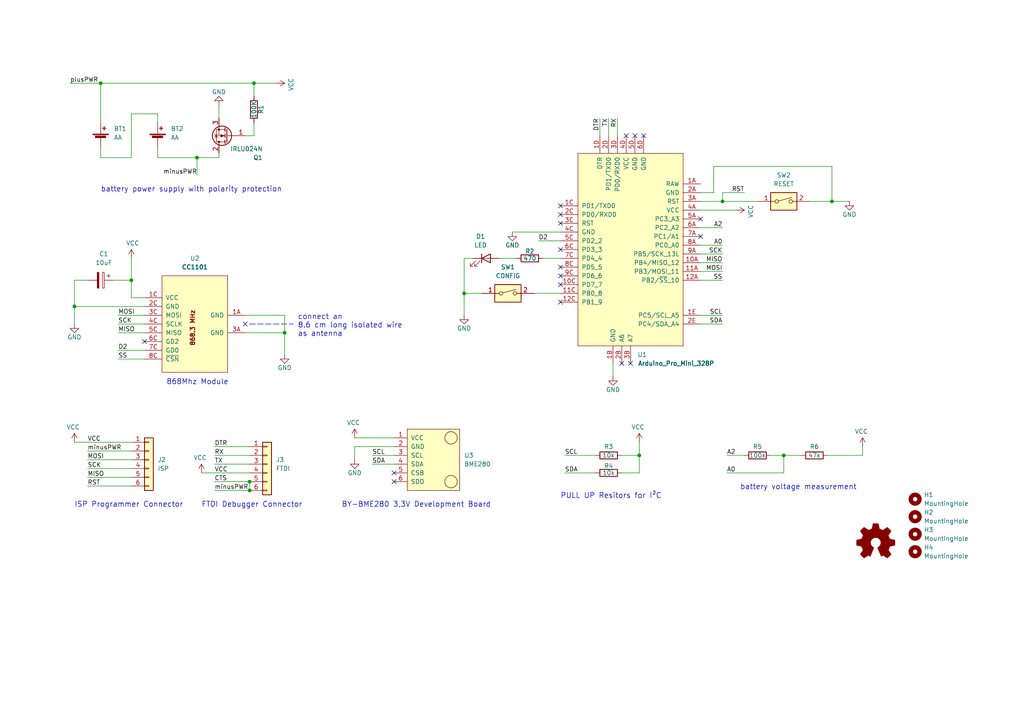
<source format=kicad_sch>
(kicad_sch (version 20211123) (generator eeschema)
  (paper "A4")
  (title_block (title "HB-SENS-BME280_EXP625") (date "2022-05-02") (rev "1.0") (company "exp625") (comment 1 "specific to one bme280 chip, everything else removed") (comment 2 "surface mount installation of the the modules") (comment 3 "derived from FUEL4EP's HB-UNI-SEN-BATT_FUEL4EP: major changes:") (comment 4 "Creative Commons License, non-commercial"))
  (lib_symbols
    (symbol "Connector_Generic:Conn_01x06" (pin_names (offset 1.016) hide)
      (property "Reference" "J" (at 0 7.62 0))
      (property "Value" "Conn_01x06" (at 0 -10.16 0))
      (symbol "Conn_01x06_1_1"
        (rectangle (start -1.27 -7.493) (end 0 -7.747) (stroke (width 0.1524)))
        (rectangle (start -1.27 -4.953) (end 0 -5.207) (stroke (width 0.1524)))
        (rectangle (start -1.27 -2.413) (end 0 -2.667) (stroke (width 0.1524)))
        (rectangle (start -1.27 0.127) (end 0 -0.127) (stroke (width 0.1524)))
        (rectangle (start -1.27 2.667) (end 0 2.413) (stroke (width 0.1524)))
        (rectangle (start -1.27 5.207) (end 0 4.953) (stroke (width 0.1524)))
        (rectangle (start -1.27 6.35) (end 1.27 -8.89) (stroke (width 0.254)) (fill (type background)))
        (pin passive line (at -5.08 5.08 0) (length 3.81) (name "Pin_1") (number "1"))
        (pin passive line (at -5.08 2.54 0) (length 3.81) (name "Pin_2") (number "2"))
        (pin passive line (at -5.08 0 0) (length 3.81) (name "Pin_3") (number "3"))
        (pin passive line (at -5.08 -2.54 0) (length 3.81) (name "Pin_4") (number "4"))
        (pin passive line (at -5.08 -5.08 0) (length 3.81) (name "Pin_5") (number "5"))
        (pin passive line (at -5.08 -7.62 0) (length 3.81) (name "Pin_6") (number "6"))
      )
    )
    (symbol "Device:Battery_Cell" (pin_numbers hide) (pin_names (offset 0) hide)
      (property "Reference" "BT" (at 2.54 2.54 0))
      (property "Value" "Battery_Cell" (at 2.54 0 0))
      (symbol "Battery_Cell_0_1"
        (rectangle (start -2.286 1.778) (end 2.286 1.524) (fill (type outline)))
        (rectangle (start -1.5748 1.1938) (end 1.4732 0.6858) (fill (type outline)))
        (polyline (pts (xy 0 0.762) (xy 0 0)))
        (polyline (pts (xy 0 1.778) (xy 0 2.54)))
        (polyline (pts (xy 0.508 3.429) (xy 1.524 3.429)) (stroke (width 0.254)))
        (polyline (pts (xy 1.016 3.937) (xy 1.016 2.921)) (stroke (width 0.254)))
      )
      (symbol "Battery_Cell_1_1"
        (pin passive line (at 0 5.08 270) (length 2.54) (name "+") (number "1"))
        (pin passive line (at 0 -2.54 90) (length 2.54) (name "-") (number "2"))
      )
    )
    (symbol "Device:C_Polarized" (pin_numbers hide) (pin_names (offset 0.254))
      (property "Reference" "C" (at 0.635 2.54 0))
      (property "Value" "C_Polarized" (at 0.635 -2.54 0))
      (symbol "C_Polarized_0_1"
        (rectangle (start -2.286 0.508) (end 2.286 1.016))
        (polyline (pts (xy -1.778 2.286) (xy -0.762 2.286)))
        (polyline (pts (xy -1.27 2.794) (xy -1.27 1.778)))
        (rectangle (start 2.286 -0.508) (end -2.286 -1.016) (fill (type outline)))
      )
      (symbol "C_Polarized_1_1"
        (pin passive line (at 0 3.81 270) (length 2.794) (name "~") (number "1"))
        (pin passive line (at 0 -3.81 90) (length 2.794) (name "~") (number "2"))
      )
    )
    (symbol "Device:LED" (pin_numbers hide) (pin_names (offset 1.016) hide)
      (property "Reference" "D" (at 0 2.54 0))
      (property "Value" "LED" (at 0 -2.54 0))
      (symbol "LED_0_1"
        (polyline (pts (xy -1.27 -1.27) (xy -1.27 1.27)) (stroke (width 0.254)))
        (polyline (pts (xy -1.27 0) (xy 1.27 0)))
        (polyline (pts (xy 1.27 -1.27) (xy 1.27 1.27) (xy -1.27 0) (xy 1.27 -1.27)) (stroke (width 0.254)))
        (polyline (pts (xy -3.048 -0.762) (xy -4.572 -2.286) (xy -3.81 -2.286) (xy -4.572 -2.286) (xy -4.572 -1.524)))
        (polyline (pts (xy -1.778 -0.762) (xy -3.302 -2.286) (xy -2.54 -2.286) (xy -3.302 -2.286) (xy -3.302 -1.524)))
      )
      (symbol "LED_1_1"
        (pin passive line (at -3.81 0 0) (length 2.54) (name "K") (number "1"))
        (pin passive line (at 3.81 0 180) (length 2.54) (name "A") (number "2"))
      )
    )
    (symbol "Device:Q_NMOS_GDS" (pin_names (offset 0) hide)
      (property "Reference" "Q" (at 5.08 1.27 0))
      (property "Value" "Q_NMOS_GDS" (at 5.08 -1.27 0))
      (symbol "Q_NMOS_GDS_0_1"
        (polyline (pts (xy 0.254 0) (xy -2.54 0)))
        (polyline (pts (xy 0.254 1.905) (xy 0.254 -1.905)) (stroke (width 0.254)))
        (polyline (pts (xy 0.762 -1.27) (xy 0.762 -2.286)) (stroke (width 0.254)))
        (polyline (pts (xy 0.762 0.508) (xy 0.762 -0.508)) (stroke (width 0.254)))
        (polyline (pts (xy 0.762 2.286) (xy 0.762 1.27)) (stroke (width 0.254)))
        (polyline (pts (xy 2.54 2.54) (xy 2.54 1.778)))
        (polyline (pts (xy 2.54 -2.54) (xy 2.54 0) (xy 0.762 0)))
        (polyline (pts (xy 0.762 -1.778) (xy 3.302 -1.778) (xy 3.302 1.778) (xy 0.762 1.778)))
        (polyline (pts (xy 1.016 0) (xy 2.032 0.381) (xy 2.032 -0.381) (xy 1.016 0)) (fill (type outline)))
        (polyline (pts (xy 2.794 0.508) (xy 2.921 0.381) (xy 3.683 0.381) (xy 3.81 0.254)))
        (polyline (pts (xy 3.302 0.381) (xy 2.921 -0.254) (xy 3.683 -0.254) (xy 3.302 0.381)))
        (circle (center 1.651 0) (radius 2.794) (stroke (width 0.254)))
        (circle (center 2.54 -1.778) (radius 0.254) (fill (type outline)))
        (circle (center 2.54 1.778) (radius 0.254) (fill (type outline)))
      )
      (symbol "Q_NMOS_GDS_1_1"
        (pin input line (at -5.08 0 0) (length 2.54) (name "G") (number "1"))
        (pin passive line (at 2.54 5.08 270) (length 2.54) (name "D") (number "2"))
        (pin passive line (at 2.54 -5.08 90) (length 2.54) (name "S") (number "3"))
      )
    )
    (symbol "Device:R" (pin_numbers hide) (pin_names (offset 0))
      (property "Reference" "R" (at 2.032 0 90))
      (property "Value" "R" (at 0 0 90))
      (symbol "R_0_1"
        (rectangle (start -1.016 -2.54) (end 1.016 2.54) (stroke (width 0.254)))
      )
      (symbol "R_1_1"
        (pin passive line (at 0 3.81 270) (length 1.27) (name "~") (number "1"))
        (pin passive line (at 0 -3.81 90) (length 1.27) (name "~") (number "2"))
      )
    )
    (symbol "Graphic:Logo_Open_Hardware_Small" (pin_names (offset 1.016))
      (symbol "Logo_Open_Hardware_Small_0_1"
        (polyline (pts (xy 3.3528 -4.3434) (xy 3.302 -4.318) (xy 3.175 -4.2418) (xy 2.9972 -4.1148) (xy 2.7686 -3.9624) (xy 2.54 -3.81) (xy 2.3622 -3.7084) (xy 2.2352 -3.6068) (xy 2.1844 -3.5814) (xy 2.159 -3.6068) (xy 2.0574 -3.6576) (xy 1.905 -3.7338) (xy 1.8034 -3.7846) (xy 1.6764 -3.8354) (xy 1.6002 -3.8354) (xy 1.6002 -3.8354) (xy 1.5494 -3.7338) (xy 1.4732 -3.5306) (xy 1.3462 -3.302) (xy 1.2446 -3.0226) (xy 1.1176 -2.7178) (xy 0.9652 -2.413) (xy 0.8636 -2.1082) (xy 0.7366 -1.8288) (xy 0.6604 -1.6256) (xy 0.6096 -1.4732) (xy 0.5842 -1.397) (xy 0.5842 -1.397) (xy 0.6604 -1.3208) (xy 0.7874 -1.2446) (xy 1.0414 -1.016) (xy 1.2954 -0.6858) (xy 1.4478 -0.3302) (xy 1.524 0.0762) (xy 1.4732 0.4572) (xy 1.3208 0.8128) (xy 1.0668 1.143) (xy 0.762 1.3716) (xy 0.4064 1.524) (xy 0 1.5748) (xy -0.381 1.5494) (xy -0.7366 1.397) (xy -1.0668 1.143) (xy -1.2192 0.9906) (xy -1.397 0.6604) (xy -1.524 0.3048) (xy -1.524 0.2286) (xy -1.4986 -0.1778) (xy -1.397 -0.5334) (xy -1.1938 -0.8636) (xy -0.9144 -1.143) (xy -0.8636 -1.1684) (xy -0.7366 -1.27) (xy -0.635 -1.3462) (xy -0.5842 -1.397) (xy -1.0668 -2.5908) (xy -1.143 -2.794) (xy -1.2954 -3.1242) (xy -1.397 -3.4036) (xy -1.4986 -3.6322) (xy -1.5748 -3.7846) (xy -1.6002 -3.8354) (xy -1.6002 -3.8354) (xy -1.651 -3.8354) (xy -1.7272 -3.81) (xy -1.905 -3.7338) (xy -2.0066 -3.683) (xy -2.1336 -3.6068) (xy -2.2098 -3.5814) (xy -2.2606 -3.6068) (xy -2.3622 -3.683) (xy -2.54 -3.81) (xy -2.7686 -3.9624) (xy -2.9718 -4.0894) (xy -3.1496 -4.2164) (xy -3.302 -4.318) (xy -3.3528 -4.3434) (xy -3.3782 -4.3434) (xy -3.429 -4.318) (xy -3.5306 -4.2164) (xy -3.7084 -4.064) (xy -3.937 -3.8354) (xy -3.9624 -3.81) (xy -4.1656 -3.6068) (xy -4.318 -3.4544) (xy -4.4196 -3.3274) (xy -4.445 -3.2766) (xy -4.445 -3.2766) (xy -4.4196 -3.2258) (xy -4.318 -3.0734) (xy -4.2164 -2.8956) (xy -4.064 -2.667) (xy -3.6576 -2.0828) (xy -3.8862 -1.5494) (xy -3.937 -1.3716) (xy -4.0386 -1.1684) (xy -4.0894 -1.0414) (xy -4.1148 -0.9652) (xy -4.191 -0.9398) (xy -4.318 -0.9144) (xy -4.5466 -0.8636) (xy -4.8006 -0.8128) (xy -5.0546 -0.7874) (xy -5.2578 -0.7366) (xy -5.4356 -0.7112) (xy -5.5118 -0.6858) (xy -5.5118 -0.6858) (xy -5.5372 -0.635) (xy -5.5372 -0.5588) (xy -5.5372 -0.4318) (xy -5.5626 -0.2286) (xy -5.5626 0.0762) (xy -5.5626 0.127) (xy -5.5372 0.4064) (xy -5.5372 0.635) (xy -5.5372 0.762) (xy -5.5372 0.8382) (xy -5.5372 0.8382) (xy -5.461 0.8382) (xy -5.3086 0.889) (xy -5.08 0.9144) (xy -4.826 0.9652) (xy -4.8006 0.9906) (xy -4.5466 1.0414) (xy -4.318 1.0668) (xy -4.1656 1.1176) (xy -4.0894 1.143) (xy -4.0894 1.143) (xy -4.0386 1.2446) (xy -3.9624 1.4224) (xy -3.8608 1.6256) (xy -3.7846 1.8288) (xy -3.7084 2.0066) (xy -3.6576 2.159) (xy -3.6322 2.2098) (xy -3.6322 2.2098) (xy -3.683 2.286) (xy -3.7592 2.413) (xy -3.8862 2.5908) (xy -4.064 2.8194) (xy -4.064 2.8448) (xy -4.2164 3.0734) (xy -4.3434 3.2512) (xy -4.4196 3.3782) (xy -4.445 3.4544) (xy -4.445 3.4544) (xy -4.3942 3.5052) (xy -4.2926 3.6322) (xy -4.1148 3.81) (xy -3.937 4.0132) (xy -3.8608 4.064) (xy -3.6576 4.2926) (xy -3.5052 4.4196) (xy -3.4036 4.4958) (xy -3.3528 4.5212) (xy -3.3528 4.5212) (xy -3.302 4.4704) (xy -3.1496 4.3688) (xy -2.9718 4.2418) (xy -2.7432 4.0894) (xy -2.7178 4.0894) (xy -2.4892 3.937) (xy -2.3114 3.81) (xy -2.1844 3.7084) (xy -2.1336 3.683) (xy -2.1082 3.683) (xy -2.032 3.7084) (xy -1.8542 3.7592) (xy -1.6764 3.8354) (xy -1.4732 3.937) (xy -1.27 4.0132) (xy -1.143 4.064) (xy -1.0668 4.1148) (xy -1.0668 4.1148) (xy -1.0414 4.191) (xy -1.016 4.3434) (xy -0.9652 4.572) (xy -0.9144 4.8514) (xy -0.889 4.9022) (xy -0.8382 5.1562) (xy -0.8128 5.3848) (xy -0.7874 5.5372) (xy -0.762 5.588) (xy -0.7112 5.6134) (xy -0.5842 5.6134) (xy -0.4064 5.6134) (xy -0.1524 5.6134) (xy 0.0762 5.6134) (xy 0.3302 5.6134) (xy 0.5334 5.6134) (xy 0.6858 5.588) (xy 0.7366 5.588) (xy 0.7366 5.588) (xy 0.762 5.5118) (xy 0.8128 5.334) (xy 0.8382 5.1054) (xy 0.9144 4.826) (xy 0.9144 4.7752) (xy 0.9652 4.5212) (xy 1.016 4.2926) (xy 1.0414 4.1402) (xy 1.0668 4.0894) (xy 1.0668 4.0894) (xy 1.1938 4.0386) (xy 1.3716 3.9624) (xy 1.5748 3.8608) (xy 2.0828 3.6576) (xy 2.7178 4.0894) (xy 2.7686 4.1402) (xy 2.9972 4.2926) (xy 3.175 4.4196) (xy 3.302 4.4958) (xy 3.3782 4.5212) (xy 3.3782 4.5212) (xy 3.429 4.4704) (xy 3.556 4.3434) (xy 3.7338 4.191) (xy 3.9116 3.9878) (xy 4.064 3.8354) (xy 4.2418 3.6576) (xy 4.3434 3.556) (xy 4.4196 3.4798) (xy 4.4196 3.429) (xy 4.4196 3.4036) (xy 4.3942 3.3274) (xy 4.2926 3.2004) (xy 4.1656 2.9972) (xy 4.0132 2.794) (xy 3.8862 2.5908) (xy 3.7592 2.3876) (xy 3.6576 2.2352) (xy 3.6322 2.159) (xy 3.6322 2.1336) (xy 3.683 2.0066) (xy 3.7592 1.8288) (xy 3.8608 1.6002) (xy 4.064 1.1176) (xy 4.3942 1.0414) (xy 4.5974 1.016) (xy 4.8768 0.9652) (xy 5.1308 0.9144) (xy 5.5372 0.8382) (xy 5.5626 -0.6604) (xy 5.4864 -0.6858) (xy 5.4356 -0.6858) (xy 5.2832 -0.7366) (xy 5.0546 -0.762) (xy 4.8006 -0.8128) (xy 4.5974 -0.8636) (xy 4.3688 -0.9144) (xy 4.2164 -0.9398) (xy 4.1402 -0.9398) (xy 4.1148 -0.9652) (xy 4.064 -1.0668) (xy 3.9878 -1.2446) (xy 3.9116 -1.4478) (xy 3.81 -1.651) (xy 3.7338 -1.8542) (xy 3.683 -2.0066) (xy 3.6576 -2.0828) (xy 3.683 -2.1336) (xy 3.7846 -2.2606) (xy 3.8862 -2.4638) (xy 4.0386 -2.667) (xy 4.191 -2.8956) (xy 4.318 -3.0734) (xy 4.3942 -3.2004) (xy 4.445 -3.2766) (xy 4.4196 -3.3274) (xy 4.3434 -3.429) (xy 4.1656 -3.5814) (xy 3.937 -3.8354) (xy 3.8862 -3.8608) (xy 3.683 -4.064) (xy 3.5306 -4.2164) (xy 3.4036 -4.318) (xy 3.3528 -4.3434)) (fill (type outline)))
      )
    )
    (symbol "HB-SEN-BME280_EXP625:Arduino_Pro_Mini_328P_1" (pin_names (offset 1.016))
      (property "Reference" "Module" (at -8.89 5.08 0))
      (property "Value" "Arduino_Pro_Mini_328P_1" (at 12.7 22.86 90))
      (symbol "Arduino_Pro_Mini_328P_1_0_0"
        (pin bidirectional line (at 35.56 6.35 180) (length 5.08) (name "PC4/SDA_A4") (number "2E"))
      )
      (symbol "Arduino_Pro_Mini_328P_1_0_1"
        (rectangle (start 0 0) (end 30.48 55.88) (fill (type background)))
      )
      (symbol "Arduino_Pro_Mini_328P_1_1_1"
        (pin bidirectional line (at 35.56 24.13 180) (length 5.08) (name "PB4/MISO_12") (number "10A"))
        (pin bidirectional line (at -5.08 17.78 0) (length 5.08) (name "PD7_7") (number "10C"))
        (pin bidirectional line (at 35.56 21.59 180) (length 5.08) (name "PB3/MOSI_11") (number "11A"))
        (pin bidirectional line (at -5.08 15.24 0) (length 5.08) (name "PB0_8") (number "11C"))
        (pin bidirectional line (at 35.56 19.05 180) (length 5.08) (name "PB2/~{SS}_10") (number "12A"))
        (pin bidirectional line (at -5.08 12.7 0) (length 5.08) (name "PB1_9") (number "12C"))
        (pin power_in line (at 35.56 46.99 180) (length 5.08) (name "RAW") (number "1A"))
        (pin power_in line (at 10.16 -5.08 90) (length 5.08) (name "GND") (number "1B"))
        (pin bidirectional line (at -5.08 40.64 0) (length 5.08) (name "PD1/TXD0") (number "1C"))
        (pin input line (at 6.35 60.96 270) (length 5.08) (name "DTR") (number "1D"))
        (pin bidirectional line (at 35.56 8.89 180) (length 5.08) (name "PC5/SCL_A5") (number "1E"))
        (pin power_in line (at 35.56 44.45 180) (length 5.08) (name "GND") (number "2A"))
        (pin bidirectional line (at 12.7 -5.08 90) (length 5.08) (name "A6") (number "2B"))
        (pin bidirectional line (at -5.08 38.1 0) (length 5.08) (name "PD0/RXD0") (number "2C"))
        (pin bidirectional line (at 8.89 60.96 270) (length 5.08) (name "PD1/TXD0") (number "2D"))
        (pin input line (at 35.56 41.91 180) (length 5.08) (name "RST") (number "3A"))
        (pin bidirectional line (at 15.24 -5.08 90) (length 5.08) (name "A7") (number "3B"))
        (pin input line (at -5.08 35.56 0) (length 5.08) (name "RST") (number "3C"))
        (pin bidirectional line (at 11.43 60.96 270) (length 5.08) (name "PD0/RXD0") (number "3D"))
        (pin power_in line (at 35.56 39.37 180) (length 5.08) (name "VCC") (number "4A"))
        (pin power_in line (at -5.08 33.02 0) (length 5.08) (name "GND") (number "4C"))
        (pin power_in line (at 13.97 60.96 270) (length 5.08) (name "VCC") (number "4D"))
        (pin bidirectional line (at 35.56 36.83 180) (length 5.08) (name "PC3_A3") (number "5A"))
        (pin bidirectional line (at -5.08 30.48 0) (length 5.08) (name "PD2_2") (number "5C"))
        (pin power_in line (at 16.51 60.96 270) (length 5.08) (name "GND") (number "5D"))
        (pin bidirectional line (at 35.56 34.29 180) (length 5.08) (name "PC2_A2") (number "6A"))
        (pin bidirectional line (at -5.08 27.94 0) (length 5.08) (name "PD3_3") (number "6C"))
        (pin power_in line (at 19.05 60.96 270) (length 5.08) (name "GND") (number "6D"))
        (pin bidirectional line (at 35.56 31.75 180) (length 5.08) (name "PC1/A1") (number "7A"))
        (pin bidirectional line (at -5.08 25.4 0) (length 5.08) (name "PD4_4") (number "7C"))
        (pin bidirectional line (at 35.56 29.21 180) (length 5.08) (name "PC0_A0") (number "8A"))
        (pin bidirectional line (at -5.08 22.86 0) (length 5.08) (name "PD5_5") (number "8C"))
        (pin bidirectional line (at 35.56 26.67 180) (length 5.08) (name "PB5/SCK_13L") (number "9A"))
        (pin bidirectional line (at -5.08 20.32 0) (length 5.08) (name "PD6_6") (number "9C"))
      )
    )
    (symbol "HB-SEN-BME280_EXP625:CC1101_transceiver_module" (pin_names (offset 1.016))
      (property "Reference" "Module" (at 5.08 -2.54 0))
      (property "Value" "CC1101_transceiver_module" (at 11.43 13.97 90))
      (symbol "CC1101_transceiver_module_0_0"
        (rectangle (start 0 0) (end 19.05 27.94) (fill (type background)))
        (text "868.3 MHz" (at 8.89 7.62 900) (effects (font (size 1.27 1.27) bold) (justify left)))
      )
      (symbol "CC1101_transceiver_module_1_1"
        (pin power_in line (at 24.13 16.51 180) (length 5.08) (name "GND") (number "1A"))
        (pin power_in line (at -5.08 21.59 0) (length 5.08) (name "VCC") (number "1C"))
        (pin no_connect line (at 24.13 13.97 180) (length 5.08) hide (name "ANT") (number "2A"))
        (pin power_in line (at -5.08 19.05 0) (length 5.08) (name "GND") (number "2C"))
        (pin power_in line (at 24.13 11.43 180) (length 5.08) (name "GND") (number "3A"))
        (pin input line (at -5.08 16.51 0) (length 5.08) (name "MOSI") (number "3C"))
        (pin input line (at -5.08 13.97 0) (length 5.08) (name "SCLK") (number "4C"))
        (pin tri_state line (at -5.08 11.43 0) (length 5.08) (name "MISO") (number "5C"))
        (pin output line (at -5.08 8.89 0) (length 5.08) (name "GD2") (number "6C"))
        (pin output line (at -5.08 6.35 0) (length 5.08) (name "GD0") (number "7C"))
        (pin input line (at -5.08 3.81 0) (length 5.08) (name "~{CSN}") (number "8C"))
      )
    )
    (symbol "HB-SEN-BME280_EXP625:Module_BME280" (pin_names (offset 1.016))
      (property "Reference" "U" (at 3.81 11.43 0))
      (property "Value" "Module_BME280" (at 11.43 -8.89 0))
      (symbol "Module_BME280_0_1"
        (rectangle (start 3.81 -7.62) (end 19.05 10.16) (fill (type background)))
        (circle (center 16.51 -5.08) (radius 1.8034))
        (circle (center 16.51 7.62) (radius 1.8034))
      )
      (symbol "Module_BME280_1_1"
        (pin passive line (at 0 7.62 0) (length 3.81) (name "VCC") (number "1"))
        (pin passive line (at 0 5.08 0) (length 3.81) (name "GND") (number "2"))
        (pin passive line (at 0 2.54 0) (length 3.81) (name "SCL") (number "3"))
        (pin passive line (at 0 0 0) (length 3.81) (name "SDA") (number "4"))
        (pin passive line (at 0 -2.54 0) (length 3.81) (name "CSB") (number "5"))
        (pin passive line (at 0 -5.08 0) (length 3.81) (name "SDO") (number "6"))
      )
    )
    (symbol "Mechanical:MountingHole" (pin_names (offset 1.016))
      (property "Reference" "H" (at 0 5.08 0))
      (property "Value" "MountingHole" (at 0 3.175 0))
      (symbol "MountingHole_0_1"
        (circle (center 0 0) (radius 1.27) (stroke (width 1.27)))
      )
    )
    (symbol "Switch:SW_DIP_x01" (pin_names (offset 0) hide)
      (property "Reference" "SW" (at 0 3.81 0))
      (property "Value" "SW_DIP_x01" (at 0 -3.81 0))
      (symbol "SW_DIP_x01_0_0"
        (circle (center -2.032 0) (radius 0.508))
        (polyline (pts (xy -1.524 0.127) (xy 2.3622 1.1684)))
        (circle (center 2.032 0) (radius 0.508))
      )
      (symbol "SW_DIP_x01_0_1"
        (rectangle (start -3.81 2.54) (end 3.81 -2.54) (stroke (width 0.254)) (fill (type background)))
      )
      (symbol "SW_DIP_x01_1_1"
        (pin passive line (at -7.62 0 0) (length 5.08) (name "~") (number "1"))
        (pin passive line (at 7.62 0 180) (length 5.08) (name "~") (number "2"))
      )
    )
    (symbol "power:GND" (power) (pin_names (offset 0))
      (property "Value" "GND" (at 0 -3.81 0))
      (symbol "GND_0_1"
        (polyline (pts (xy 0 0) (xy 0 -1.27) (xy 1.27 -1.27) (xy 0 -2.54) (xy -1.27 -1.27) (xy 0 -1.27)))
      )
      (symbol "GND_1_1"
        (pin power_in line (at 0 0 270) (length 0) hide (name "GND") (number "1"))
      )
    )
    (symbol "power:VCC" (power) (pin_names (offset 0))
      (property "Value" "VCC" (at 0 3.81 0))
      (symbol "VCC_0_1"
        (polyline (pts (xy -0.762 1.27) (xy 0 2.54)))
        (polyline (pts (xy 0 0) (xy 0 2.54)))
        (polyline (pts (xy 0 2.54) (xy 0.762 1.27)))
      )
      (symbol "VCC_1_1"
        (pin power_in line (at 0 0 90) (length 0) hide (name "VCC") (number "1"))
      )
    )
  )
  (junction (at 72.39 142.24))
  (junction (at 72.39 139.7))
  (junction (at 134.62 85.09))
  (junction (at 241.3 58.42))
  (junction (at 38.1 81.28))
  (junction (at 209.55 58.42))
  (junction (at 82.55 96.52))
  (junction (at 21.59 88.9))
  (junction (at 57.15 45.72))
  (junction (at 29.21 24.13))
  (junction (at 185.42 132.08))
  (junction (at 227.33 132.08))
  (junction (at 73.66 24.13))
  (no_connect (at 162.56 64.77))
  (no_connect (at 203.2 68.58))
  (no_connect (at 71.12 93.98))
  (no_connect (at 41.91 99.06))
  (no_connect (at 162.56 62.23))
  (no_connect (at 184.15 39.37))
  (no_connect (at 114.3 137.16))
  (no_connect (at 162.56 87.63))
  (no_connect (at 162.56 82.55))
  (no_connect (at 162.56 80.01))
  (no_connect (at 162.56 77.47))
  (no_connect (at 162.56 72.39))
  (no_connect (at 186.69 39.37))
  (no_connect (at 114.3 139.7))
  (no_connect (at 182.88 105.41))
  (no_connect (at 181.61 39.37))
  (no_connect (at 203.2 63.5))
  (no_connect (at 162.56 59.69))
  (no_connect (at 180.34 105.41))
  (wire (pts (xy 21.59 128.27) (xy 38.1 128.27)))
  (wire (pts (xy 215.9 55.88) (xy 209.55 55.88)))
  (wire (pts (xy 45.72 45.72) (xy 57.15 45.72)))
  (wire (pts (xy 62.23 142.24) (xy 72.39 142.24)))
  (wire (pts (xy 62.23 132.08) (xy 72.39 132.08)))
  (wire (pts (xy 63.5 30.48) (xy 63.5 34.29)))
  (wire (pts (xy 57.15 45.72) (xy 63.5 45.72)))
  (wire (pts (xy 177.8 105.41) (xy 177.8 109.22)))
  (wire (pts (xy 234.95 58.42) (xy 241.3 58.42)))
  (wire (pts (xy 203.2 66.04) (xy 209.55 66.04)))
  (wire (pts (xy 240.03 132.08) (xy 250.19 132.08)))
  (wire (pts (xy 157.48 74.93) (xy 162.56 74.93)))
  (wire (pts (xy 71.12 39.37) (xy 73.66 39.37)))
  (wire (pts (xy 102.87 129.54) (xy 102.87 133.35)))
  (wire (pts (xy 45.72 43.18) (xy 45.72 45.72)))
  (polyline (pts (xy 72.39 93.98) (xy 72.39 93.98)))
  (wire (pts (xy 203.2 60.96) (xy 213.36 60.96)))
  (wire (pts (xy 203.2 55.88) (xy 207.01 55.88)))
  (wire (pts (xy 41.91 86.36) (xy 38.1 86.36)))
  (wire (pts (xy 25.4 81.28) (xy 21.59 81.28)))
  (wire (pts (xy 25.4 135.89) (xy 38.1 135.89)))
  (wire (pts (xy 207.01 55.88) (xy 207.01 48.26)))
  (wire (pts (xy 180.34 132.08) (xy 185.42 132.08)))
  (wire (pts (xy 25.4 130.81) (xy 38.1 130.81)))
  (wire (pts (xy 38.1 81.28) (xy 33.02 81.28)))
  (wire (pts (xy 29.21 45.72) (xy 38.1 45.72)))
  (wire (pts (xy 73.66 24.13) (xy 80.01 24.13)))
  (wire (pts (xy 185.42 128.27) (xy 185.42 132.08)))
  (wire (pts (xy 163.83 137.16) (xy 172.72 137.16)))
  (wire (pts (xy 71.12 91.44) (xy 82.55 91.44)))
  (wire (pts (xy 134.62 85.09) (xy 134.62 91.44)))
  (wire (pts (xy 29.21 43.18) (xy 29.21 45.72)))
  (wire (pts (xy 185.42 132.08) (xy 185.42 137.16)))
  (wire (pts (xy 25.4 140.97) (xy 38.1 140.97)))
  (wire (pts (xy 163.83 132.08) (xy 172.72 132.08)))
  (wire (pts (xy 203.2 58.42) (xy 209.55 58.42)))
  (wire (pts (xy 107.95 132.08) (xy 114.3 132.08)))
  (wire (pts (xy 34.29 96.52) (xy 41.91 96.52)))
  (wire (pts (xy 203.2 71.12) (xy 209.55 71.12)))
  (wire (pts (xy 34.29 101.6) (xy 41.91 101.6)))
  (wire (pts (xy 250.19 132.08) (xy 250.19 129.54)))
  (wire (pts (xy 25.4 133.35) (xy 38.1 133.35)))
  (wire (pts (xy 134.62 74.93) (xy 134.62 85.09)))
  (wire (pts (xy 148.59 67.31) (xy 162.56 67.31)))
  (wire (pts (xy 102.87 129.54) (xy 114.3 129.54)))
  (wire (pts (xy 62.23 139.7) (xy 72.39 139.7)))
  (wire (pts (xy 21.59 81.28) (xy 21.59 88.9)))
  (wire (pts (xy 62.23 134.62) (xy 72.39 134.62)))
  (wire (pts (xy 29.21 35.56) (xy 29.21 24.13)))
  (wire (pts (xy 63.5 45.72) (xy 63.5 44.45)))
  (wire (pts (xy 144.78 74.93) (xy 149.86 74.93)))
  (wire (pts (xy 102.87 127) (xy 114.3 127)))
  (wire (pts (xy 156.21 69.85) (xy 162.56 69.85)))
  (wire (pts (xy 21.59 88.9) (xy 21.59 93.98)))
  (wire (pts (xy 73.66 24.13) (xy 73.66 27.94)))
  (wire (pts (xy 41.91 88.9) (xy 21.59 88.9)))
  (wire (pts (xy 34.29 104.14) (xy 41.91 104.14)))
  (wire (pts (xy 25.4 138.43) (xy 38.1 138.43)))
  (wire (pts (xy 38.1 86.36) (xy 38.1 81.28)))
  (wire (pts (xy 209.55 55.88) (xy 209.55 58.42)))
  (wire (pts (xy 173.99 34.29) (xy 173.99 39.37)))
  (wire (pts (xy 176.53 34.29) (xy 176.53 39.37)))
  (wire (pts (xy 73.66 39.37) (xy 73.66 35.56)))
  (polyline (pts (xy 72.39 93.98) (xy 85.09 93.98)))
  (wire (pts (xy 38.1 74.93) (xy 38.1 81.28)))
  (wire (pts (xy 20.32 24.13) (xy 29.21 24.13)))
  (wire (pts (xy 209.55 58.42) (xy 219.71 58.42)))
  (wire (pts (xy 71.12 96.52) (xy 82.55 96.52)))
  (wire (pts (xy 227.33 137.16) (xy 227.33 132.08)))
  (wire (pts (xy 139.7 85.09) (xy 134.62 85.09)))
  (wire (pts (xy 203.2 93.98) (xy 209.55 93.98)))
  (wire (pts (xy 227.33 132.08) (xy 232.41 132.08)))
  (wire (pts (xy 241.3 58.42) (xy 246.38 58.42)))
  (wire (pts (xy 203.2 81.28) (xy 209.55 81.28)))
  (wire (pts (xy 207.01 48.26) (xy 241.3 48.26)))
  (wire (pts (xy 38.1 33.02) (xy 45.72 33.02)))
  (wire (pts (xy 29.21 24.13) (xy 73.66 24.13)))
  (wire (pts (xy 137.16 74.93) (xy 134.62 74.93)))
  (wire (pts (xy 203.2 73.66) (xy 209.55 73.66)))
  (wire (pts (xy 241.3 48.26) (xy 241.3 58.42)))
  (wire (pts (xy 38.1 45.72) (xy 38.1 33.02)))
  (wire (pts (xy 45.72 33.02) (xy 45.72 35.56)))
  (wire (pts (xy 72.39 139.7) (xy 72.39 142.24)))
  (wire (pts (xy 154.94 85.09) (xy 162.56 85.09)))
  (wire (pts (xy 203.2 78.74) (xy 209.55 78.74)))
  (wire (pts (xy 203.2 76.2) (xy 209.55 76.2)))
  (wire (pts (xy 62.23 129.54) (xy 72.39 129.54)))
  (wire (pts (xy 34.29 93.98) (xy 41.91 93.98)))
  (wire (pts (xy 203.2 91.44) (xy 209.55 91.44)))
  (wire (pts (xy 82.55 96.52) (xy 82.55 102.87)))
  (wire (pts (xy 34.29 91.44) (xy 41.91 91.44)))
  (wire (pts (xy 180.34 137.16) (xy 185.42 137.16)))
  (wire (pts (xy 107.95 134.62) (xy 114.3 134.62)))
  (wire (pts (xy 210.82 132.08) (xy 215.9 132.08)))
  (wire (pts (xy 179.07 34.29) (xy 179.07 39.37)))
  (wire (pts (xy 58.42 137.16) (xy 72.39 137.16)))
  (wire (pts (xy 210.82 137.16) (xy 227.33 137.16)))
  (wire (pts (xy 57.15 45.72) (xy 57.15 50.8)))
  (wire (pts (xy 223.52 132.08) (xy 227.33 132.08)))
  (wire (pts (xy 82.55 91.44) (xy 82.55 96.52)))
  (text "connect an\n8.6 cm long isolated wire\nas antenna" (at 86.36 97.79 0) (effects (font (size 1.524 1.524)) (justify left bottom)))
  (text "battery power supply with polarity protection" (at 29.21 55.88 0) (effects (font (size 1.524 1.524)) (justify left bottom)))
  (text "BY-BME280 3,3V Development Board" (at 99.06 147.32 0) (effects (font (size 1.524 1.524)) (justify left bottom)))
  (text "PULL UP Resitors for I²C" (at 162.56 144.78 0) (effects (font (size 1.524 1.524)) (justify left bottom)))
  (text "battery voltage measurement" (at 214.63 142.24 0) (effects (font (size 1.524 1.524)) (justify left bottom)))
  (text "FTDI Debugger Connector\n" (at 58.42 147.32 0) (effects (font (size 1.524 1.524)) (justify left bottom)))
  (text "ISP Programmer Connector\n" (at 21.59 147.32 0) (effects (font (size 1.524 1.524)) (justify left bottom)))
  (text "868Mhz Module" (at 48.26 111.76 0) (effects (font (size 1.524 1.524)) (justify left bottom)))
  (label "minusPWR" (at 62.23 142.24 0))
  (label "SCL" (at 163.83 132.08 0))
  (label "A2" (at 209.55 66.04 180))
  (label "MOSI" (at 209.55 78.74 180))
  (label "DTR" (at 173.99 34.29 270))
  (label "minusPWR" (at 25.4 130.81 0))
  (label "D2" (at 156.21 69.85 0))
  (label "MOSI" (at 25.4 133.35 0))
  (label "minusPWR" (at 57.15 50.8 180))
  (label "A0" (at 210.82 137.16 0))
  (label "plusPWR" (at 20.32 24.13 0))
  (label "SDA" (at 107.95 134.62 0))
  (label "A2" (at 210.82 132.08 0))
  (label "SCL" (at 107.95 132.08 0))
  (label "TX" (at 62.23 134.62 0))
  (label "SCK" (at 25.4 135.89 0))
  (label "DTR" (at 62.23 129.54 0))
  (label "SDA" (at 209.55 93.98 180))
  (label "MISO" (at 25.4 138.43 0))
  (label "MISO" (at 209.55 76.2 180))
  (label "D2" (at 34.29 101.6 0))
  (label "SCK" (at 34.29 93.98 0))
  (label "MISO" (at 34.29 96.52 0))
  (label "CTS" (at 62.23 139.7 0))
  (label "VCC" (at 25.4 128.27 0))
  (label "SS" (at 209.55 81.28 180))
  (label "RX" (at 179.07 34.29 270))
  (label "A0" (at 209.55 71.12 180))
  (label "RST" (at 25.4 140.97 0))
  (label "RX" (at 62.23 132.08 0))
  (label "TX" (at 176.53 34.29 270))
  (label "RST" (at 215.9 55.88 180))
  (label "MOSI" (at 34.29 91.44 0))
  (label "SDA" (at 163.83 137.16 0))
  (label "SCK" (at 209.55 73.66 180))
  (label "SCL" (at 209.55 91.44 180))
  (label "SS" (at 34.29 104.14 0))
  (label "VCC" (at 62.23 137.16 0))
  (symbol (lib_id "Device:LED") (at 140.97 74.93 0) (unit 1)
    (property "Reference" "D1" (at 139.3825 68.58 0))
    (property "Value" "LED" (at 139.3825 71.12 0))
    (property "Footprint" "LED_THT:LED_D3.0mm" (effects hide))
  )
  (symbol (lib_id "Connector_Generic:Conn_01x06") (at 43.18 133.35 0) (unit 1)
    (property "Reference" "J2" (at 45.72 133.3499 0) (effects (justify left)))
    (property "Value" "ISP" (at 45.72 135.8899 0) (effects (justify left)))
    (property "Footprint" "Connector_PinHeader_2.54mm:PinHeader_1x06_P2.54mm_Vertical" (effects hide))
  )
  (symbol (lib_id "power:GND") (at 177.8 109.22 0) (unit 1)
    (property "Reference" "#PWR0112" (effects hide))
    (property "Value" "GND" (at 177.8 113.03 0))
  )
  (symbol (lib_id "Device:Battery_Cell") (at 29.21 40.64 0) (unit 1)
    (property "Reference" "BT1" (at 33.02 37.3379 0) (effects (justify left)))
    (property "Value" "AA" (at 33.02 39.8779 0) (effects (justify left)))
    (property "Footprint" "HB-SEN-BME280_EXP625:BatterHolder_6S-AA" (effects hide))
  )
  (symbol (lib_id "Mechanical:MountingHole") (at 265.43 160.02 0) (unit 1)
    (property "Reference" "H4" (at 267.97 158.7499 0) (effects (justify left)))
    (property "Value" "MountingHole" (at 267.97 161.2899 0) (effects (justify left)))
    (property "Footprint" "MountingHole:MountingHole_2.2mm_M2_Pad_Via" (effects hide))
  )
  (symbol (lib_id "Switch:SW_DIP_x01") (at 227.33 58.42 0) (unit 1)
    (property "Reference" "SW2" (at 227.33 50.8 0))
    (property "Value" "RESET" (at 227.33 53.34 0))
    (property "Footprint" "Button_Switch_THT:SW_PUSH_6mm_H5mm" (effects hide))
  )
  (symbol (lib_id "HB-SEN-BME280_EXP625:Module_BME280") (at 114.3 134.62 0) (unit 1)
    (property "Reference" "U3" (at 134.62 132.0799 0) (effects (justify left)))
    (property "Value" "BME280" (at 134.62 134.6199 0) (effects (justify left)))
    (property "Footprint" "HB-SEN-BME280_EXP625:module_bme280" (effects hide))
  )
  (symbol (lib_id "power:VCC") (at 250.19 129.54 0) (mirror y) (unit 1)
    (property "Reference" "#PWR0116" (effects hide))
    (property "Value" "VCC" (at 249.809 125.1458 0))
  )
  (symbol (lib_id "Mechanical:MountingHole") (at 265.43 144.78 0) (unit 1)
    (property "Reference" "H1" (at 267.97 143.5099 0) (effects (justify left)))
    (property "Value" "MountingHole" (at 267.97 146.0499 0) (effects (justify left)))
    (property "Footprint" "MountingHole:MountingHole_2.2mm_M2_Pad_Via" (effects hide))
  )
  (symbol (lib_id "power:GND") (at 82.55 102.87 0) (unit 1)
    (property "Reference" "#PWR0103" (effects hide))
    (property "Value" "GND" (at 82.55 106.68 0))
  )
  (symbol (lib_id "Device:R") (at 219.71 132.08 90) (unit 1)
    (property "Reference" "R5" (at 219.71 129.54 90))
    (property "Value" "100k" (at 219.71 132.08 90))
    (property "Footprint" "Resistor_THT:R_Axial_DIN0207_L6.3mm_D2.5mm_P2.54mm_Vertical" (effects hide))
  )
  (symbol (lib_id "Mechanical:MountingHole") (at 265.43 154.94 0) (unit 1)
    (property "Reference" "H3" (at 267.97 153.6699 0) (effects (justify left)))
    (property "Value" "MountingHole" (at 267.97 156.2099 0) (effects (justify left)))
    (property "Footprint" "MountingHole:MountingHole_2.2mm_M2_Pad_Via" (effects hide))
  )
  (symbol (lib_id "power:VCC") (at 185.42 128.27 0) (mirror y) (unit 1)
    (property "Reference" "#PWR0115" (effects hide))
    (property "Value" "VCC" (at 185.039 123.8758 0))
  )
  (symbol (lib_id "Graphic:Logo_Open_Hardware_Small") (at 254 157.48 0) (unit 1)
    (property "Reference" "LOGO1" (effects hide))
    (property "Value" "Logo_Open_Hardware_Small" (effects hide))
    (property "Footprint" "HB-SEN-BME280_EXP625:CC-BY-ND-SA" (effects hide))
    (property "JLCPCB BOM" "0" (effects hide))
  )
  (symbol (lib_id "power:GND") (at 134.62 91.44 0) (unit 1)
    (property "Reference" "#PWR0108" (effects hide))
    (property "Value" "GND" (at 134.62 95.25 0))
  )
  (symbol (lib_id "power:GND") (at 63.5 30.48 0) (mirror x) (unit 1)
    (property "Reference" "#PWR0102" (effects hide))
    (property "Value" "GND" (at 63.5 26.67 0))
  )
  (symbol (lib_id "Device:Q_NMOS_GDS") (at 66.04 39.37 180) (unit 1)
    (property "Reference" "Q1" (at 76.2 45.72 0) (effects (justify left)))
    (property "Value" "IRLU024N" (at 76.2 43.18 0) (effects (justify left)))
    (property "Footprint" "Package_TO_SOT_THT:TO-251-3_Vertical" (effects hide))
  )
  (symbol (lib_id "power:VCC") (at 38.1 74.93 0) (unit 1)
    (property "Reference" "#PWR0105" (effects hide))
    (property "Value" "VCC" (at 38.481 70.5358 0))
  )
  (symbol (lib_id "Device:Battery_Cell") (at 45.72 40.64 0) (unit 1)
    (property "Reference" "BT2" (at 49.53 37.3379 0) (effects (justify left)))
    (property "Value" "AA" (at 49.53 39.8779 0) (effects (justify left)))
    (property "Footprint" "HB-SEN-BME280_EXP625:BatterHolder_6S-AA" (effects hide))
  )
  (symbol (lib_id "Switch:SW_DIP_x01") (at 147.32 85.09 0) (unit 1)
    (property "Reference" "SW1" (at 147.32 77.47 0))
    (property "Value" "CONFIG" (at 147.32 80.01 0))
    (property "Footprint" "Button_Switch_THT:SW_PUSH_6mm_H5mm" (effects hide))
  )
  (symbol (lib_id "power:VCC") (at 213.36 60.96 270) (unit 1)
    (property "Reference" "#PWR0107" (effects hide))
    (property "Value" "VCC" (at 217.7542 61.341 0))
  )
  (symbol (lib_id "power:VCC") (at 58.42 137.16 0) (mirror y) (unit 1)
    (property "Reference" "#PWR0114" (effects hide))
    (property "Value" "VCC" (at 58.039 132.7658 0))
  )
  (symbol (lib_id "Mechanical:MountingHole") (at 265.43 149.86 0) (unit 1)
    (property "Reference" "H2" (at 267.97 148.5899 0) (effects (justify left)))
    (property "Value" "MountingHole" (at 267.97 151.1299 0) (effects (justify left)))
    (property "Footprint" "MountingHole:MountingHole_2.2mm_M2_Pad_Via" (effects hide))
  )
  (symbol (lib_id "Connector_Generic:Conn_01x06") (at 77.47 134.62 0) (unit 1)
    (property "Reference" "J3" (at 80.01 133.3499 0) (effects (justify left)))
    (property "Value" "FTDI" (at 80.01 135.8899 0) (effects (justify left)))
    (property "Footprint" "Connector_PinHeader_2.54mm:PinHeader_1x06_P2.54mm_Vertical" (effects hide))
  )
  (symbol (lib_id "power:VCC") (at 21.59 128.27 0) (mirror y) (unit 1)
    (property "Reference" "#PWR0113" (effects hide))
    (property "Value" "VCC" (at 21.209 123.8758 0))
  )
  (symbol (lib_id "power:GND") (at 21.59 93.98 0) (unit 1)
    (property "Reference" "#PWR0104" (effects hide))
    (property "Value" "GND" (at 21.59 97.79 0))
  )
  (symbol (lib_id "Device:R") (at 153.67 74.93 90) (unit 1)
    (property "Reference" "R2" (at 153.67 72.898 90))
    (property "Value" "470" (at 153.67 74.93 90))
    (property "Footprint" "Resistor_THT:R_Axial_DIN0207_L6.3mm_D2.5mm_P2.54mm_Vertical" (effects hide))
  )
  (symbol (lib_id "power:VCC") (at 80.01 24.13 270) (unit 1)
    (property "Reference" "#PWR0101" (effects hide))
    (property "Value" "VCC" (at 84.4042 24.511 0))
  )
  (symbol (lib_id "Device:R") (at 73.66 31.75 0) (unit 1)
    (property "Reference" "R1" (at 75.692 31.75 90))
    (property "Value" "100K" (at 73.66 31.75 90))
    (property "Footprint" "Resistor_THT:R_Axial_DIN0207_L6.3mm_D2.5mm_P2.54mm_Vertical" (effects hide))
  )
  (symbol (lib_id "power:VCC") (at 102.87 127 0) (mirror y) (unit 1)
    (property "Reference" "#PWR0109" (effects hide))
    (property "Value" "VCC" (at 102.489 122.6058 0))
  )
  (symbol (lib_id "Device:C_Polarized") (at 29.21 81.28 270) (unit 1)
    (property "Reference" "C1" (at 30.099 73.66 90))
    (property "Value" "10uF" (at 30.099 76.2 90))
    (property "Footprint" "Capacitor_THT:CP_Radial_D4.0mm_P1.50mm" (effects hide))
  )
  (symbol (lib_id "power:GND") (at 246.38 58.42 0) (unit 1)
    (property "Reference" "#PWR0106" (effects hide))
    (property "Value" "GND" (at 246.38 62.23 0))
  )
  (symbol (lib_id "Device:R") (at 176.53 132.08 90) (unit 1)
    (property "Reference" "R3" (at 176.53 129.54 90))
    (property "Value" "10k" (at 176.53 132.08 90))
    (property "Footprint" "Resistor_THT:R_Axial_DIN0207_L6.3mm_D2.5mm_P2.54mm_Vertical" (effects hide))
  )
  (symbol (lib_id "Device:R") (at 176.53 137.16 90) (unit 1)
    (property "Reference" "R4" (at 176.53 135.128 90))
    (property "Value" "10k" (at 176.53 137.16 90))
    (property "Footprint" "Resistor_THT:R_Axial_DIN0207_L6.3mm_D2.5mm_P2.54mm_Vertical" (effects hide))
  )
  (symbol (lib_id "power:GND") (at 102.87 133.35 0) (unit 1)
    (property "Reference" "#PWR0110" (effects hide))
    (property "Value" "GND" (at 102.87 137.16 0))
  )
  (symbol (lib_id "Device:R") (at 236.22 132.08 90) (unit 1)
    (property "Reference" "R6" (at 236.22 129.54 90))
    (property "Value" "47k" (at 236.22 132.08 90))
    (property "Footprint" "Resistor_THT:R_Axial_DIN0207_L6.3mm_D2.5mm_P2.54mm_Vertical" (effects hide))
  )
  (symbol (lib_id "HB-SEN-BME280_EXP625:CC1101_transceiver_module") (at 46.99 107.95 0) (unit 1)
    (property "Reference" "U2" (at 56.515 74.93 0))
    (property "Value" "CC1101" (at 56.515 77.47 0) (effects (font bold)))
    (property "Footprint" "HB-SEN-BME280_EXP625:CC1101" (effects hide))
  )
  (symbol (lib_id "HB-SEN-BME280_EXP625:Arduino_Pro_Mini_328P_1") (at 167.64 100.33 0) (unit 1)
    (property "Reference" "U1" (at 184.8994 102.87 0) (effects (justify left)))
    (property "Value" "Arduino_Pro_Mini_328P" (at 184.8994 105.41 0) (effects (font bold) (justify left)))
    (property "Footprint" "HB-SEN-BME280_EXP625:ArduinoProMini" (effects hide))
  )
  (symbol (lib_id "power:GND") (at 148.59 67.31 0) (unit 1)
    (property "Reference" "#PWR0111" (effects hide))
    (property "Value" "GND" (at 148.59 71.12 0))
  )
)
</source>
